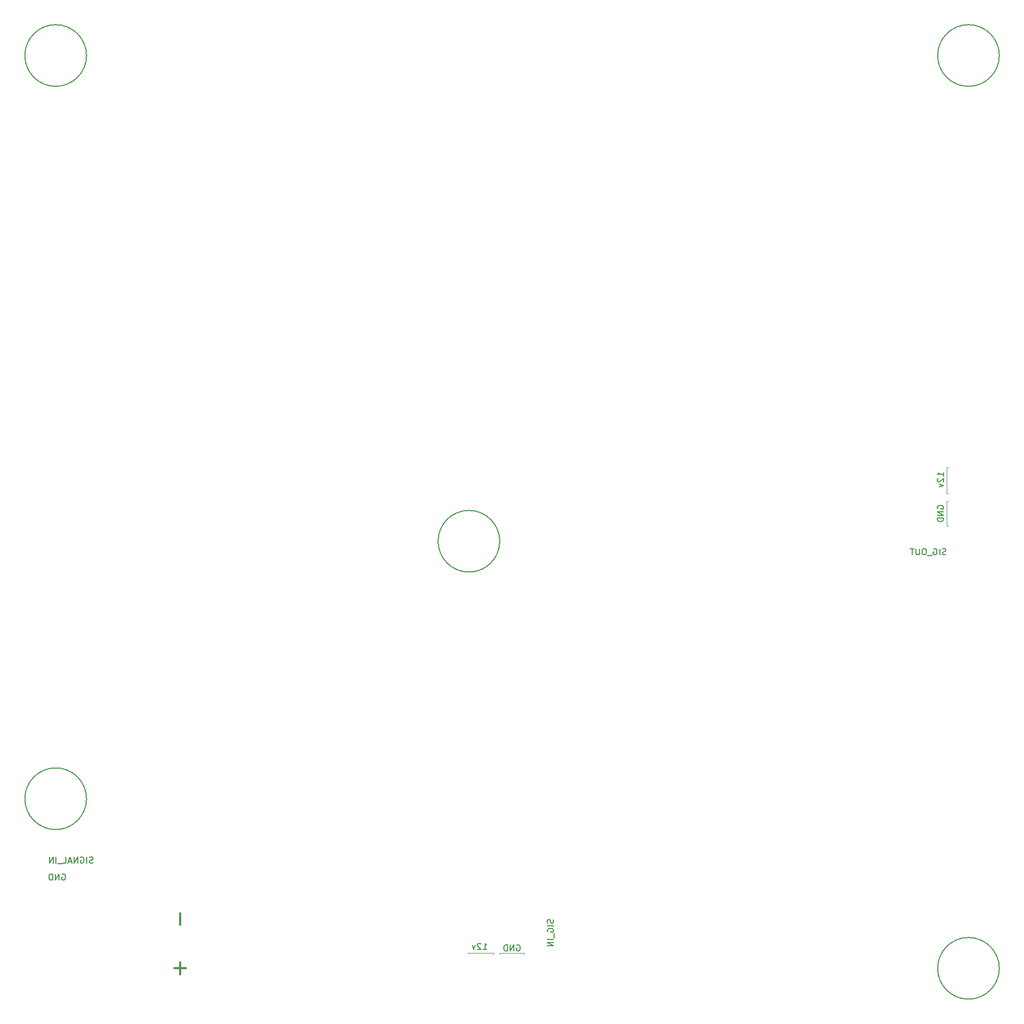
<source format=gbr>
G04 #@! TF.GenerationSoftware,KiCad,Pcbnew,5.1.5-52549c5~84~ubuntu18.04.1*
G04 #@! TF.CreationDate,2020-01-06T19:20:59-07:00*
G04 #@! TF.ProjectId,cob_3x3,636f625f-3378-4332-9e6b-696361645f70,rev?*
G04 #@! TF.SameCoordinates,Original*
G04 #@! TF.FileFunction,Legend,Bot*
G04 #@! TF.FilePolarity,Positive*
%FSLAX46Y46*%
G04 Gerber Fmt 4.6, Leading zero omitted, Abs format (unit mm)*
G04 Created by KiCad (PCBNEW 5.1.5-52549c5~84~ubuntu18.04.1) date 2020-01-06 19:20:59*
%MOMM*%
%LPD*%
G04 APERTURE LIST*
%ADD10C,0.150000*%
%ADD11C,0.300000*%
%ADD12C,0.120000*%
G04 APERTURE END LIST*
D10*
X112023809Y-236904761D02*
X111880952Y-236952380D01*
X111642857Y-236952380D01*
X111547619Y-236904761D01*
X111500000Y-236857142D01*
X111452380Y-236761904D01*
X111452380Y-236666666D01*
X111500000Y-236571428D01*
X111547619Y-236523809D01*
X111642857Y-236476190D01*
X111833333Y-236428571D01*
X111928571Y-236380952D01*
X111976190Y-236333333D01*
X112023809Y-236238095D01*
X112023809Y-236142857D01*
X111976190Y-236047619D01*
X111928571Y-236000000D01*
X111833333Y-235952380D01*
X111595238Y-235952380D01*
X111452380Y-236000000D01*
X111023809Y-236952380D02*
X111023809Y-235952380D01*
X110023809Y-236000000D02*
X110119047Y-235952380D01*
X110261904Y-235952380D01*
X110404761Y-236000000D01*
X110500000Y-236095238D01*
X110547619Y-236190476D01*
X110595238Y-236380952D01*
X110595238Y-236523809D01*
X110547619Y-236714285D01*
X110500000Y-236809523D01*
X110404761Y-236904761D01*
X110261904Y-236952380D01*
X110166666Y-236952380D01*
X110023809Y-236904761D01*
X109976190Y-236857142D01*
X109976190Y-236523809D01*
X110166666Y-236523809D01*
X109547619Y-236952380D02*
X109547619Y-235952380D01*
X108976190Y-236952380D01*
X108976190Y-235952380D01*
X108547619Y-236666666D02*
X108071428Y-236666666D01*
X108642857Y-236952380D02*
X108309523Y-235952380D01*
X107976190Y-236952380D01*
X107166666Y-236952380D02*
X107642857Y-236952380D01*
X107642857Y-235952380D01*
X107071428Y-237047619D02*
X106309523Y-237047619D01*
X106071428Y-236952380D02*
X106071428Y-235952380D01*
X105595238Y-236952380D02*
X105595238Y-235952380D01*
X105023809Y-236952380D01*
X105023809Y-235952380D01*
X107011904Y-238750000D02*
X107107142Y-238702380D01*
X107250000Y-238702380D01*
X107392857Y-238750000D01*
X107488095Y-238845238D01*
X107535714Y-238940476D01*
X107583333Y-239130952D01*
X107583333Y-239273809D01*
X107535714Y-239464285D01*
X107488095Y-239559523D01*
X107392857Y-239654761D01*
X107250000Y-239702380D01*
X107154761Y-239702380D01*
X107011904Y-239654761D01*
X106964285Y-239607142D01*
X106964285Y-239273809D01*
X107154761Y-239273809D01*
X106535714Y-239702380D02*
X106535714Y-238702380D01*
X105964285Y-239702380D01*
X105964285Y-238702380D01*
X105488095Y-239702380D02*
X105488095Y-238702380D01*
X105250000Y-238702380D01*
X105107142Y-238750000D01*
X105011904Y-238845238D01*
X104964285Y-238940476D01*
X104916666Y-239130952D01*
X104916666Y-239273809D01*
X104964285Y-239464285D01*
X105011904Y-239559523D01*
X105107142Y-239654761D01*
X105250000Y-239702380D01*
X105488095Y-239702380D01*
D11*
X126178571Y-246952380D02*
X126178571Y-245047619D01*
X126178571Y-254952380D02*
X126178571Y-253047619D01*
X127130952Y-254000000D02*
X125226190Y-254000000D01*
D10*
X186654761Y-246083333D02*
X186702380Y-246226190D01*
X186702380Y-246464285D01*
X186654761Y-246559523D01*
X186607142Y-246607142D01*
X186511904Y-246654761D01*
X186416666Y-246654761D01*
X186321428Y-246607142D01*
X186273809Y-246559523D01*
X186226190Y-246464285D01*
X186178571Y-246273809D01*
X186130952Y-246178571D01*
X186083333Y-246130952D01*
X185988095Y-246083333D01*
X185892857Y-246083333D01*
X185797619Y-246130952D01*
X185750000Y-246178571D01*
X185702380Y-246273809D01*
X185702380Y-246511904D01*
X185750000Y-246654761D01*
X186702380Y-247083333D02*
X185702380Y-247083333D01*
X185750000Y-248083333D02*
X185702380Y-247988095D01*
X185702380Y-247845238D01*
X185750000Y-247702380D01*
X185845238Y-247607142D01*
X185940476Y-247559523D01*
X186130952Y-247511904D01*
X186273809Y-247511904D01*
X186464285Y-247559523D01*
X186559523Y-247607142D01*
X186654761Y-247702380D01*
X186702380Y-247845238D01*
X186702380Y-247940476D01*
X186654761Y-248083333D01*
X186607142Y-248130952D01*
X186273809Y-248130952D01*
X186273809Y-247940476D01*
X186797619Y-248321428D02*
X186797619Y-249083333D01*
X186702380Y-249321428D02*
X185702380Y-249321428D01*
X186702380Y-249797619D02*
X185702380Y-249797619D01*
X186702380Y-250369047D01*
X185702380Y-250369047D01*
D12*
X177000000Y-251500000D02*
X177000000Y-251750000D01*
D10*
X180761904Y-250250000D02*
X180857142Y-250202380D01*
X181000000Y-250202380D01*
X181142857Y-250250000D01*
X181238095Y-250345238D01*
X181285714Y-250440476D01*
X181333333Y-250630952D01*
X181333333Y-250773809D01*
X181285714Y-250964285D01*
X181238095Y-251059523D01*
X181142857Y-251154761D01*
X181000000Y-251202380D01*
X180904761Y-251202380D01*
X180761904Y-251154761D01*
X180714285Y-251107142D01*
X180714285Y-250773809D01*
X180904761Y-250773809D01*
X180285714Y-251202380D02*
X180285714Y-250202380D01*
X179714285Y-251202380D01*
X179714285Y-250202380D01*
X179238095Y-251202380D02*
X179238095Y-250202380D01*
X179000000Y-250202380D01*
X178857142Y-250250000D01*
X178761904Y-250345238D01*
X178714285Y-250440476D01*
X178666666Y-250630952D01*
X178666666Y-250773809D01*
X178714285Y-250964285D01*
X178761904Y-251059523D01*
X178857142Y-251154761D01*
X179000000Y-251202380D01*
X179238095Y-251202380D01*
D12*
X172750000Y-251500000D02*
X177000000Y-251500000D01*
D10*
X175321428Y-250952380D02*
X175892857Y-250952380D01*
X175607142Y-250952380D02*
X175607142Y-249952380D01*
X175702380Y-250095238D01*
X175797619Y-250190476D01*
X175892857Y-250238095D01*
X174940476Y-250047619D02*
X174892857Y-250000000D01*
X174797619Y-249952380D01*
X174559523Y-249952380D01*
X174464285Y-250000000D01*
X174416666Y-250047619D01*
X174369047Y-250142857D01*
X174369047Y-250238095D01*
X174416666Y-250380952D01*
X174988095Y-250952380D01*
X174369047Y-250952380D01*
X174035714Y-250285714D02*
X173797619Y-250952380D01*
X173559523Y-250285714D01*
D12*
X182000000Y-251500000D02*
X182000000Y-251750000D01*
X250500000Y-178250000D02*
X250750000Y-178250000D01*
X250500000Y-182250000D02*
X250750000Y-182250000D01*
X250500000Y-177000000D02*
X250750000Y-177000000D01*
X250500000Y-172750000D02*
X250500000Y-177000000D01*
X250500000Y-178250000D02*
X250500000Y-182250000D01*
X250500000Y-172750000D02*
X250750000Y-172750000D01*
D10*
X249952380Y-174178571D02*
X249952380Y-173607142D01*
X249952380Y-173892857D02*
X248952380Y-173892857D01*
X249095238Y-173797619D01*
X249190476Y-173702380D01*
X249238095Y-173607142D01*
X249047619Y-174559523D02*
X249000000Y-174607142D01*
X248952380Y-174702380D01*
X248952380Y-174940476D01*
X249000000Y-175035714D01*
X249047619Y-175083333D01*
X249142857Y-175130952D01*
X249238095Y-175130952D01*
X249380952Y-175083333D01*
X249952380Y-174511904D01*
X249952380Y-175130952D01*
X249285714Y-175464285D02*
X249952380Y-175702380D01*
X249285714Y-175940476D01*
X249000000Y-179488095D02*
X248952380Y-179392857D01*
X248952380Y-179250000D01*
X249000000Y-179107142D01*
X249095238Y-179011904D01*
X249190476Y-178964285D01*
X249380952Y-178916666D01*
X249523809Y-178916666D01*
X249714285Y-178964285D01*
X249809523Y-179011904D01*
X249904761Y-179107142D01*
X249952380Y-179250000D01*
X249952380Y-179345238D01*
X249904761Y-179488095D01*
X249857142Y-179535714D01*
X249523809Y-179535714D01*
X249523809Y-179345238D01*
X249952380Y-179964285D02*
X248952380Y-179964285D01*
X249952380Y-180535714D01*
X248952380Y-180535714D01*
X249952380Y-181011904D02*
X248952380Y-181011904D01*
X248952380Y-181250000D01*
X249000000Y-181392857D01*
X249095238Y-181488095D01*
X249190476Y-181535714D01*
X249380952Y-181583333D01*
X249523809Y-181583333D01*
X249714285Y-181535714D01*
X249809523Y-181488095D01*
X249904761Y-181392857D01*
X249952380Y-181250000D01*
X249952380Y-181011904D01*
X250333333Y-186904761D02*
X250190476Y-186952380D01*
X249952380Y-186952380D01*
X249857142Y-186904761D01*
X249809523Y-186857142D01*
X249761904Y-186761904D01*
X249761904Y-186666666D01*
X249809523Y-186571428D01*
X249857142Y-186523809D01*
X249952380Y-186476190D01*
X250142857Y-186428571D01*
X250238095Y-186380952D01*
X250285714Y-186333333D01*
X250333333Y-186238095D01*
X250333333Y-186142857D01*
X250285714Y-186047619D01*
X250238095Y-186000000D01*
X250142857Y-185952380D01*
X249904761Y-185952380D01*
X249761904Y-186000000D01*
X249333333Y-186952380D02*
X249333333Y-185952380D01*
X248333333Y-186000000D02*
X248428571Y-185952380D01*
X248571428Y-185952380D01*
X248714285Y-186000000D01*
X248809523Y-186095238D01*
X248857142Y-186190476D01*
X248904761Y-186380952D01*
X248904761Y-186523809D01*
X248857142Y-186714285D01*
X248809523Y-186809523D01*
X248714285Y-186904761D01*
X248571428Y-186952380D01*
X248476190Y-186952380D01*
X248333333Y-186904761D01*
X248285714Y-186857142D01*
X248285714Y-186523809D01*
X248476190Y-186523809D01*
X248095238Y-187047619D02*
X247333333Y-187047619D01*
X246904761Y-185952380D02*
X246714285Y-185952380D01*
X246619047Y-186000000D01*
X246523809Y-186095238D01*
X246476190Y-186285714D01*
X246476190Y-186619047D01*
X246523809Y-186809523D01*
X246619047Y-186904761D01*
X246714285Y-186952380D01*
X246904761Y-186952380D01*
X247000000Y-186904761D01*
X247095238Y-186809523D01*
X247142857Y-186619047D01*
X247142857Y-186285714D01*
X247095238Y-186095238D01*
X247000000Y-186000000D01*
X246904761Y-185952380D01*
X246047619Y-185952380D02*
X246047619Y-186761904D01*
X246000000Y-186857142D01*
X245952380Y-186904761D01*
X245857142Y-186952380D01*
X245666666Y-186952380D01*
X245571428Y-186904761D01*
X245523809Y-186857142D01*
X245476190Y-186761904D01*
X245476190Y-185952380D01*
X245142857Y-185952380D02*
X244571428Y-185952380D01*
X244857142Y-186952380D02*
X244857142Y-185952380D01*
D12*
X178000000Y-251500000D02*
X178000000Y-251750000D01*
X178000000Y-251500000D02*
X182000000Y-251500000D01*
D10*
X178000000Y-184750000D02*
G75*
G03X178000000Y-184750000I-5000000J0D01*
G01*
X111000000Y-226500000D02*
G75*
G03X111000000Y-226500000I-5000000J0D01*
G01*
X259000000Y-254000000D02*
G75*
G03X259000000Y-254000000I-5000000J0D01*
G01*
X259000000Y-106000000D02*
G75*
G03X259000000Y-106000000I-5000000J0D01*
G01*
X111000000Y-106000000D02*
G75*
G03X111000000Y-106000000I-5000000J0D01*
G01*
M02*

</source>
